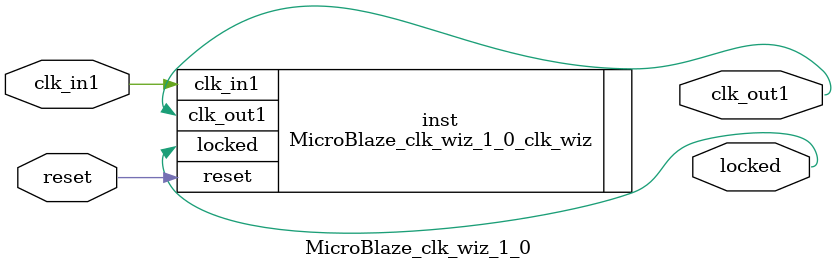
<source format=v>


`timescale 1ps/1ps

(* CORE_GENERATION_INFO = "MicroBlaze_clk_wiz_1_0,clk_wiz_v6_0_4_0_0,{component_name=MicroBlaze_clk_wiz_1_0,use_phase_alignment=true,use_min_o_jitter=false,use_max_i_jitter=false,use_dyn_phase_shift=false,use_inclk_switchover=false,use_dyn_reconfig=false,enable_axi=0,feedback_source=FDBK_AUTO,PRIMITIVE=MMCM,num_out_clk=1,clkin1_period=8.000,clkin2_period=10.000,use_power_down=false,use_reset=true,use_locked=true,use_inclk_stopped=false,feedback_type=SINGLE,CLOCK_MGR_TYPE=NA,manual_override=false}" *)

module MicroBlaze_clk_wiz_1_0 
 (
  // Clock out ports
  output        clk_out1,
  // Status and control signals
  input         reset,
  output        locked,
 // Clock in ports
  input         clk_in1
 );

  MicroBlaze_clk_wiz_1_0_clk_wiz inst
  (
  // Clock out ports  
  .clk_out1(clk_out1),
  // Status and control signals               
  .reset(reset), 
  .locked(locked),
 // Clock in ports
  .clk_in1(clk_in1)
  );

endmodule

</source>
